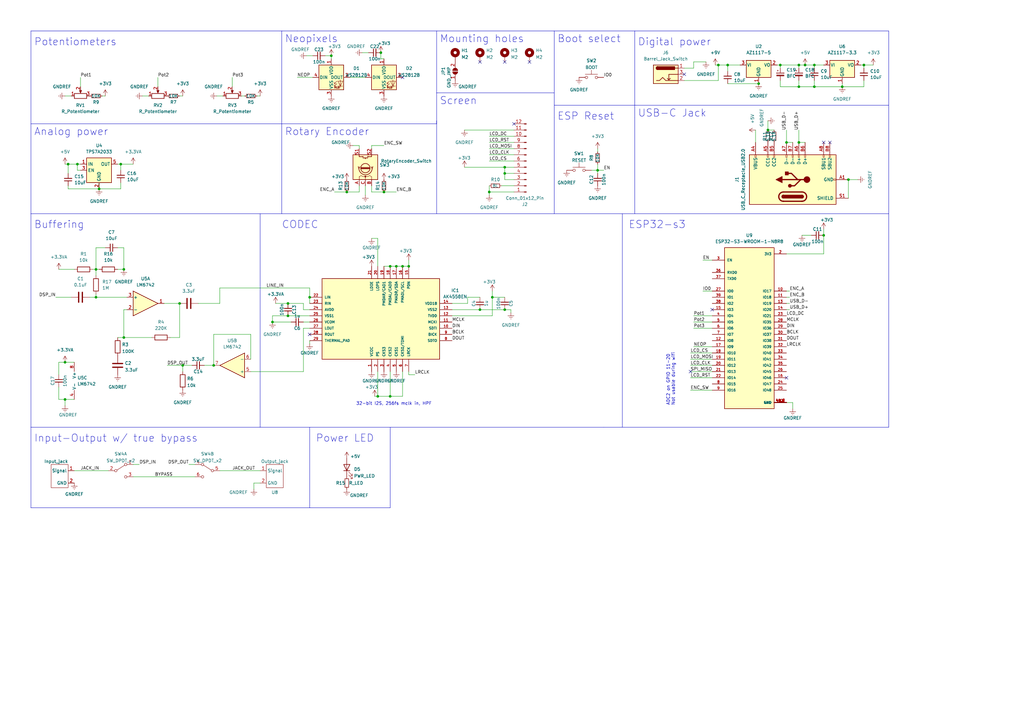
<source format=kicad_sch>
(kicad_sch (version 20230121) (generator eeschema)
  (paper "A3")
  (junction (at 73.66 124.46))
  (junction (at 322.58 58.42))
  (junction (at 200.66 78.74))
  (junction (at 245.11 69.85))
  (junction (at 334.01 35.56))
  (junction (at 157.48 78.74))
  (junction (at 334.01 26.67))
  (junction (at 118.11 124.46))
  (junction (at 160.02 109.22))
  (junction (at 162.56 109.22))
  (junction (at 354.33 26.67))
  (junction (at 160.02 162.56))
  (junction (at 294.64 26.67))
  (junction (at 40.64 77.47))
  (junction (at 31.75 67.31))
  (junction (at 201.93 121.92))
  (junction (at 154.94 162.56))
  (junction (at 327.66 26.67))
  (junction (at 345.44 35.56))
  (junction (at 207.01 71.12))
  (junction (at 330.2 26.67))
  (junction (at 337.82 96.52))
  (junction (at 167.64 109.22))
  (junction (at 320.04 26.67))
  (junction (at 87.63 149.86))
  (junction (at 39.37 121.92))
  (junction (at 311.15 34.29))
  (junction (at 196.85 127))
  (junction (at 50.8 138.43))
  (junction (at 39.37 110.49))
  (junction (at 327.66 35.56))
  (junction (at 27.94 67.31))
  (junction (at 347.98 73.66))
  (junction (at 49.53 67.31))
  (junction (at 135.89 22.86))
  (junction (at 26.67 148.59))
  (junction (at 327.66 58.42))
  (junction (at 165.1 109.22))
  (junction (at 314.96 53.34))
  (junction (at 26.67 163.83))
  (junction (at 74.93 149.86))
  (junction (at 156.21 21.59))
  (junction (at 207.01 68.58))
  (junction (at 127 121.92))
  (junction (at 111.76 132.08))
  (junction (at 298.45 26.67))
  (junction (at 142.24 78.74))
  (junction (at 207.01 127))
  (junction (at 118.11 129.54))
  (junction (at 50.8 110.49))
  (no_connect (at 165.1 31.75))
  (no_connect (at 283.21 152.4))
  (no_connect (at 196.85 25.4))
  (no_connect (at 217.17 25.4))
  (no_connect (at 127 137.16))
  (no_connect (at 207.01 25.4))
  (no_connect (at 322.58 154.94))
  (no_connect (at 337.82 58.42))
  (no_connect (at 340.36 58.42))
  (no_connect (at 210.82 50.8))
  (no_connect (at 292.1 127))
  (no_connect (at 280.67 30.48))
  (wire (pts (xy 284.48 142.24) (xy 292.1 142.24)))
  (wire (pts (xy 135.89 22.86) (xy 135.89 24.13)))
  (wire (pts (xy 298.45 29.21) (xy 298.45 26.67)))
  (wire (pts (xy 283.21 147.32) (xy 292.1 147.32)))
  (wire (pts (xy 33.02 69.85) (xy 31.75 69.85)))
  (wire (pts (xy 48.26 110.49) (xy 50.8 110.49)))
  (wire (pts (xy 30.48 110.49) (xy 24.13 110.49)))
  (wire (pts (xy 314.96 53.34) (xy 314.96 49.53)))
  (wire (pts (xy 327.66 58.42) (xy 327.66 53.34)))
  (wire (pts (xy 90.17 193.04) (xy 106.68 193.04)))
  (wire (pts (xy 298.45 26.67) (xy 303.53 26.67)))
  (wire (pts (xy 124.46 152.4) (xy 102.87 152.4)))
  (wire (pts (xy 201.93 119.38) (xy 201.93 121.92)))
  (polyline (pts (xy 260.35 48.26) (xy 260.35 87.63)))
  (wire (pts (xy 127 121.92) (xy 127 124.46)))
  (wire (pts (xy 154.94 162.56) (xy 160.02 162.56)))
  (wire (pts (xy 242.57 69.85) (xy 245.11 69.85)))
  (wire (pts (xy 160.02 162.56) (xy 160.02 152.4)))
  (wire (pts (xy 345.44 35.56) (xy 354.33 35.56)))
  (wire (pts (xy 26.67 148.59) (xy 30.48 148.59)))
  (wire (pts (xy 68.58 149.86) (xy 74.93 149.86)))
  (wire (pts (xy 345.44 34.29) (xy 345.44 35.56)))
  (wire (pts (xy 284.48 129.54) (xy 292.1 129.54)))
  (wire (pts (xy 133.35 22.86) (xy 135.89 22.86)))
  (wire (pts (xy 309.88 58.42) (xy 309.88 53.34)))
  (wire (pts (xy 52.07 127) (xy 50.8 127)))
  (wire (pts (xy 157.48 109.22) (xy 160.02 109.22)))
  (wire (pts (xy 41.91 39.37) (xy 43.18 39.37)))
  (wire (pts (xy 118.11 124.46) (xy 124.46 124.46)))
  (wire (pts (xy 283.21 154.94) (xy 292.1 154.94)))
  (wire (pts (xy 322.58 58.42) (xy 322.58 53.34)))
  (wire (pts (xy 154.94 109.22) (xy 154.94 97.79)))
  (wire (pts (xy 26.67 166.37) (xy 26.67 163.83)))
  (wire (pts (xy 73.66 138.43) (xy 73.66 124.46)))
  (wire (pts (xy 327.66 33.02) (xy 327.66 35.56)))
  (wire (pts (xy 144.78 59.69) (xy 147.32 59.69)))
  (wire (pts (xy 27.94 67.31) (xy 31.75 67.31)))
  (wire (pts (xy 121.92 31.75) (xy 128.27 31.75)))
  (polyline (pts (xy 364.49 43.18) (xy 227.33 43.18)))
  (polyline (pts (xy 179.07 38.1) (xy 179.07 87.63)))
  (wire (pts (xy 190.5 68.58) (xy 207.01 68.58)))
  (wire (pts (xy 30.48 193.04) (xy 44.45 193.04)))
  (wire (pts (xy 327.66 58.42) (xy 330.2 58.42)))
  (wire (pts (xy 337.82 96.52) (xy 337.82 104.14)))
  (wire (pts (xy 31.75 69.85) (xy 31.75 67.31)))
  (wire (pts (xy 69.85 138.43) (xy 73.66 138.43)))
  (wire (pts (xy 88.9 39.37) (xy 91.44 39.37)))
  (wire (pts (xy 354.33 26.67) (xy 358.14 26.67)))
  (wire (pts (xy 284.48 132.08) (xy 292.1 132.08)))
  (polyline (pts (xy 179.07 12.7) (xy 179.07 38.1)))
  (wire (pts (xy 113.03 124.46) (xy 118.11 124.46)))
  (wire (pts (xy 39.37 110.49) (xy 40.64 110.49)))
  (polyline (pts (xy 227.33 48.26) (xy 227.33 87.63)))
  (wire (pts (xy 190.5 53.34) (xy 210.82 53.34)))
  (wire (pts (xy 334.01 35.56) (xy 345.44 35.56)))
  (wire (pts (xy 100.33 39.37) (xy 99.06 39.37)))
  (wire (pts (xy 40.64 74.93) (xy 40.64 77.47)))
  (wire (pts (xy 322.58 58.42) (xy 325.12 58.42)))
  (wire (pts (xy 288.29 106.68) (xy 292.1 106.68)))
  (polyline (pts (xy 227.33 12.7) (xy 227.33 48.26)))
  (wire (pts (xy 105.41 39.37) (xy 106.68 39.37)))
  (polyline (pts (xy 127 208.28) (xy 127 175.26)))
  (wire (pts (xy 201.93 121.92) (xy 201.93 129.54)))
  (wire (pts (xy 152.4 76.2) (xy 152.4 78.74)))
  (wire (pts (xy 54.61 190.5) (xy 57.15 190.5)))
  (wire (pts (xy 127 132.08) (xy 124.46 132.08)))
  (wire (pts (xy 283.21 144.78) (xy 292.1 144.78)))
  (wire (pts (xy 58.42 39.37) (xy 60.96 39.37)))
  (wire (pts (xy 48.26 101.6) (xy 50.8 101.6)))
  (wire (pts (xy 147.32 76.2) (xy 147.32 78.74)))
  (wire (pts (xy 40.64 77.47) (xy 49.53 77.47)))
  (wire (pts (xy 77.47 190.5) (xy 80.01 190.5)))
  (wire (pts (xy 334.01 33.02) (xy 334.01 35.56)))
  (wire (pts (xy 200.66 63.5) (xy 210.82 63.5)))
  (wire (pts (xy 165.1 109.22) (xy 167.64 109.22)))
  (wire (pts (xy 38.1 110.49) (xy 39.37 110.49)))
  (wire (pts (xy 245.11 67.31) (xy 245.11 69.85)))
  (wire (pts (xy 322.58 124.46) (xy 323.85 124.46)))
  (wire (pts (xy 49.53 67.31) (xy 49.53 69.85)))
  (wire (pts (xy 284.48 134.62) (xy 292.1 134.62)))
  (wire (pts (xy 106.68 198.12) (xy 104.14 198.12)))
  (wire (pts (xy 54.61 195.58) (xy 80.01 195.58)))
  (wire (pts (xy 283.21 160.02) (xy 292.1 160.02)))
  (wire (pts (xy 201.93 121.92) (xy 207.01 121.92)))
  (wire (pts (xy 31.75 67.31) (xy 33.02 67.31)))
  (wire (pts (xy 149.86 76.2) (xy 149.86 80.01)))
  (wire (pts (xy 49.53 67.31) (xy 54.61 67.31)))
  (wire (pts (xy 156.21 21.59) (xy 156.21 24.13)))
  (wire (pts (xy 24.13 163.83) (xy 24.13 158.75)))
  (wire (pts (xy 87.63 137.16) (xy 102.87 137.16)))
  (wire (pts (xy 165.1 152.4) (xy 165.1 162.56)))
  (wire (pts (xy 111.76 129.54) (xy 111.76 132.08)))
  (wire (pts (xy 200.66 78.74) (xy 200.66 76.2)))
  (polyline (pts (xy 115.57 12.7) (xy 115.57 87.63)))
  (wire (pts (xy 127 118.11) (xy 127 121.92)))
  (wire (pts (xy 43.18 101.6) (xy 39.37 101.6)))
  (wire (pts (xy 320.04 27.94) (xy 320.04 26.67)))
  (wire (pts (xy 95.25 31.75) (xy 95.25 35.56)))
  (wire (pts (xy 27.94 67.31) (xy 27.94 71.12)))
  (wire (pts (xy 22.86 121.92) (xy 29.21 121.92)))
  (wire (pts (xy 137.16 78.74) (xy 142.24 78.74)))
  (wire (pts (xy 24.13 148.59) (xy 26.67 148.59)))
  (wire (pts (xy 154.94 162.56) (xy 154.94 152.4)))
  (wire (pts (xy 36.83 121.92) (xy 39.37 121.92)))
  (wire (pts (xy 104.14 198.12) (xy 104.14 200.66)))
  (polyline (pts (xy 179.07 38.1) (xy 227.33 38.1)))
  (wire (pts (xy 288.29 119.38) (xy 292.1 119.38)))
  (wire (pts (xy 280.67 33.02) (xy 294.64 33.02)))
  (wire (pts (xy 148.59 21.59) (xy 151.13 21.59)))
  (wire (pts (xy 160.02 109.22) (xy 162.56 109.22)))
  (wire (pts (xy 147.32 59.69) (xy 147.32 60.96)))
  (polyline (pts (xy 12.7 175.26) (xy 12.7 87.63)))
  (wire (pts (xy 330.2 26.67) (xy 334.01 26.67)))
  (wire (pts (xy 347.98 81.28) (xy 347.98 73.66)))
  (wire (pts (xy 127 134.62) (xy 124.46 134.62)))
  (wire (pts (xy 325.12 167.64) (xy 325.12 165.1)))
  (wire (pts (xy 200.66 66.04) (xy 210.82 66.04)))
  (wire (pts (xy 74.93 149.86) (xy 74.93 152.4)))
  (wire (pts (xy 50.8 127) (xy 50.8 138.43)))
  (wire (pts (xy 26.67 39.37) (xy 29.21 39.37)))
  (wire (pts (xy 48.26 138.43) (xy 50.8 138.43)))
  (wire (pts (xy 207.01 68.58) (xy 210.82 68.58)))
  (wire (pts (xy 78.74 149.86) (xy 74.93 149.86)))
  (wire (pts (xy 26.67 163.83) (xy 24.13 163.83)))
  (wire (pts (xy 196.85 127) (xy 207.01 127)))
  (polyline (pts (xy 106.68 87.63) (xy 106.68 175.26)))
  (wire (pts (xy 280.67 27.94) (xy 284.48 27.94)))
  (wire (pts (xy 26.67 67.31) (xy 27.94 67.31)))
  (wire (pts (xy 207.01 127) (xy 209.55 127)))
  (wire (pts (xy 337.82 104.14) (xy 322.58 104.14)))
  (wire (pts (xy 124.46 127) (xy 127 127)))
  (wire (pts (xy 48.26 67.31) (xy 49.53 67.31)))
  (polyline (pts (xy 12.7 87.63) (xy 364.49 87.63)))
  (wire (pts (xy 209.55 127) (xy 209.55 128.27)))
  (wire (pts (xy 200.66 80.01) (xy 200.66 78.74)))
  (wire (pts (xy 293.37 26.67) (xy 294.64 26.67)))
  (wire (pts (xy 191.77 124.46) (xy 191.77 121.92)))
  (wire (pts (xy 33.02 31.75) (xy 33.02 35.56)))
  (wire (pts (xy 207.01 68.58) (xy 207.01 71.12)))
  (wire (pts (xy 154.94 97.79) (xy 152.4 97.79)))
  (polyline (pts (xy 106.68 175.26) (xy 247.65 175.26)))
  (wire (pts (xy 160.02 162.56) (xy 165.1 162.56)))
  (wire (pts (xy 353.06 26.67) (xy 354.33 26.67)))
  (wire (pts (xy 50.8 101.6) (xy 50.8 110.49)))
  (wire (pts (xy 325.12 165.1) (xy 322.58 165.1)))
  (polyline (pts (xy 260.35 12.7) (xy 260.35 48.26)))
  (polyline (pts (xy 12.7 175.26) (xy 12.7 208.28)))
  (wire (pts (xy 152.4 78.74) (xy 157.48 78.74)))
  (polyline (pts (xy 115.57 50.8) (xy 179.07 50.8)))
  (wire (pts (xy 334.01 26.67) (xy 337.82 26.67)))
  (wire (pts (xy 153.67 162.56) (xy 154.94 162.56)))
  (wire (pts (xy 124.46 127) (xy 124.46 124.46)))
  (wire (pts (xy 245.11 69.85) (xy 245.11 71.12)))
  (wire (pts (xy 284.48 25.4) (xy 289.56 25.4)))
  (wire (pts (xy 87.63 149.86) (xy 87.63 137.16)))
  (wire (pts (xy 245.11 60.96) (xy 245.11 62.23)))
  (wire (pts (xy 73.66 39.37) (xy 74.93 39.37)))
  (wire (pts (xy 284.48 27.94) (xy 284.48 25.4)))
  (wire (pts (xy 322.58 127) (xy 323.85 127)))
  (wire (pts (xy 320.04 26.67) (xy 327.66 26.67)))
  (wire (pts (xy 27.94 76.2) (xy 27.94 77.47)))
  (wire (pts (xy 354.33 26.67) (xy 354.33 27.94)))
  (wire (pts (xy 210.82 78.74) (xy 200.66 78.74)))
  (wire (pts (xy 294.64 33.02) (xy 294.64 26.67)))
  (wire (pts (xy 39.37 101.6) (xy 39.37 110.49)))
  (wire (pts (xy 320.04 35.56) (xy 327.66 35.56)))
  (polyline (pts (xy 364.49 175.26) (xy 247.65 175.26)))
  (wire (pts (xy 39.37 120.65) (xy 39.37 121.92)))
  (wire (pts (xy 185.42 124.46) (xy 191.77 124.46)))
  (wire (pts (xy 67.31 124.46) (xy 73.66 124.46)))
  (wire (pts (xy 30.48 163.83) (xy 26.67 163.83)))
  (wire (pts (xy 185.42 127) (xy 196.85 127)))
  (wire (pts (xy 200.66 58.42) (xy 210.82 58.42)))
  (polyline (pts (xy 160.02 175.26) (xy 160.02 208.28)))
  (polyline (pts (xy 106.68 175.26) (xy 12.7 175.26)))
  (polyline (pts (xy 12.7 208.28) (xy 127 208.28)))
  (wire (pts (xy 320.04 26.67) (xy 318.77 26.67)))
  (wire (pts (xy 156.21 24.13) (xy 157.48 24.13)))
  (wire (pts (xy 327.66 26.67) (xy 330.2 26.67)))
  (wire (pts (xy 170.18 153.67) (xy 167.64 153.67)))
  (wire (pts (xy 320.04 33.02) (xy 320.04 35.56)))
  (wire (pts (xy 90.17 124.46) (xy 81.28 124.46)))
  (wire (pts (xy 125.73 22.86) (xy 128.27 22.86)))
  (wire (pts (xy 167.64 106.68) (xy 167.64 109.22)))
  (wire (pts (xy 90.17 118.11) (xy 127 118.11)))
  (wire (pts (xy 207.01 73.66) (xy 207.01 71.12)))
  (polyline (pts (xy 255.27 87.63) (xy 255.27 175.26)))
  (wire (pts (xy 323.85 121.92) (xy 322.58 121.92)))
  (wire (pts (xy 210.82 73.66) (xy 207.01 73.66)))
  (wire (pts (xy 354.33 35.56) (xy 354.33 33.02)))
  (wire (pts (xy 111.76 132.08) (xy 119.38 132.08)))
  (polyline (pts (xy 12.7 87.63) (xy 12.7 12.7)))
  (wire (pts (xy 328.93 96.52) (xy 332.74 96.52)))
  (wire (pts (xy 39.37 110.49) (xy 39.37 113.03)))
  (wire (pts (xy 152.4 59.69) (xy 157.48 59.69)))
  (wire (pts (xy 49.53 77.47) (xy 49.53 74.93)))
  (polyline (pts (xy 364.49 87.63) (xy 364.49 12.7)))
  (wire (pts (xy 83.82 149.86) (xy 87.63 149.86)))
  (wire (pts (xy 327.66 27.94) (xy 327.66 26.67)))
  (wire (pts (xy 102.87 137.16) (xy 102.87 147.32)))
  (wire (pts (xy 191.77 121.92) (xy 196.85 121.92)))
  (wire (pts (xy 245.11 69.85) (xy 247.65 69.85)))
  (wire (pts (xy 347.98 73.66) (xy 351.79 73.66)))
  (polyline (pts (xy 127 208.28) (xy 160.02 208.28)))
  (wire (pts (xy 207.01 71.12) (xy 210.82 71.12)))
  (polyline (pts (xy 179.07 50.8) (xy 179.07 49.53)))
  (wire (pts (xy 111.76 129.54) (xy 118.11 129.54)))
  (wire (pts (xy 127 139.7) (xy 127 140.97)))
  (wire (pts (xy 143.51 31.75) (xy 149.86 31.75)))
  (wire (pts (xy 200.66 60.96) (xy 210.82 60.96)))
  (wire (pts (xy 118.11 129.54) (xy 127 129.54)))
  (wire (pts (xy 334.01 26.67) (xy 334.01 27.94)))
  (wire (pts (xy 200.66 55.88) (xy 210.82 55.88)))
  (wire (pts (xy 162.56 109.22) (xy 165.1 109.22)))
  (wire (pts (xy 64.77 31.75) (xy 64.77 35.56)))
  (wire (pts (xy 24.13 153.67) (xy 24.13 148.59)))
  (wire (pts (xy 90.17 118.11) (xy 90.17 124.46)))
  (wire (pts (xy 27.94 77.47) (xy 40.64 77.47)))
  (wire (pts (xy 167.64 153.67) (xy 167.64 152.4)))
  (wire (pts (xy 39.37 121.92) (xy 52.07 121.92)))
  (polyline (pts (xy 364.49 12.7) (xy 121.92 12.7)))
  (wire (pts (xy 298.45 34.29) (xy 311.15 34.29)))
  (wire (pts (xy 185.42 129.54) (xy 201.93 129.54)))
  (polyline (pts (xy 12.7 12.7) (xy 121.92 12.7)))
  (wire (pts (xy 152.4 60.96) (xy 152.4 59.69)))
  (wire (pts (xy 124.46 134.62) (xy 124.46 152.4)))
  (wire (pts (xy 337.82 93.98) (xy 337.82 96.52)))
  (wire (pts (xy 283.21 152.4) (xy 292.1 152.4)))
  (polyline (pts (xy 364.49 87.63) (xy 364.49 175.26)))
  (wire (pts (xy 205.74 76.2) (xy 210.82 76.2)))
  (wire (pts (xy 50.8 138.43) (xy 62.23 138.43)))
  (wire (pts (xy 327.66 35.56) (xy 334.01 35.56)))
  (wire (pts (xy 157.48 78.74) (xy 162.56 78.74)))
  (wire (pts (xy 323.85 119.38) (xy 322.58 119.38)))
  (wire (pts (xy 294.64 26.67) (xy 298.45 26.67)))
  (polyline (pts (xy 12.7 50.8) (xy 115.57 50.8)))
  (wire (pts (xy 283.21 149.86) (xy 292.1 149.86)))
  (wire (pts (xy 314.96 53.34) (xy 317.5 53.34)))
  (wire (pts (xy 142.24 78.74) (xy 147.32 78.74)))
  (text "Analog power" (at 13.97 55.88 0) (effects (font (size 3 3)) (justify left bottom)))
  (text "CODEC" (at 115.57 93.98 0) (effects (font (size 3 3)) (justify left bottom)))
  (text "Mounting holes" (at 180.34 17.78 0) (effects (font (size 3 3)) (justify left bottom)))
  (text "32-bit I2S, 256fs mclk in, HPF" (at 146.05 166.37 0) (effects (font (size 1.27 1.27)) (justify left bottom)))
  (text "ESP Reset" (at 228.6 49.53 0) (effects (font (size 3 3)) (justify left bottom)))
  (text "Input-Output w/ true bypass \n" (at 13.97 181.61 0) (effects (font (size 3 3)) (justify left bottom)))
  (text "Screen" (at 180.34 43.18 0) (effects (font (size 3 3)) (justify left bottom)))
  (text "ESP32-s3" (at 257.81 93.98 0) (effects (font (size 3 3)) (justify left bottom)))
  (text "ADC2 on GPIO 11-20\nNot usable during wifi" (at 276.86 166.37 90) (effects (font (size 1.27 1.27)) (justify left bottom)))
  (text "Power LED" (at 129.54 181.61 0) (effects (font (size 3 3)) (justify left bottom)))
  (text "Rotary Encoder" (at 116.84 55.88 0) (effects (font (size 3 3)) (justify left bottom)))
  (text "Boot select\n" (at 228.6 17.78 0) (effects (font (size 3 3)) (justify left bottom)))
  (text "Neopixels" (at 116.84 17.78 0) (effects (font (size 3 3)) (justify left bottom)))
  (text "Potentiometers" (at 13.97 19.05 0) (effects (font (size 3 3)) (justify left bottom)))
  (text "Digital power" (at 261.62 19.05 0) (effects (font (size 3 3)) (justify left bottom)))
  (text "Buffering" (at 13.97 93.98 0) (effects (font (size 3 3)) (justify left bottom)))
  (text "USB-C Jack\n" (at 261.62 48.26 0) (effects (font (size 3 3)) (justify left bottom)))
  (label "NEOP" (at 121.92 31.75 0))
  (label "Pot3" (at 284.48 134.62 0))
  (label "ENC_A" (at 137.16 78.74 180))
  (label "Pot2" (at 284.48 132.08 0))
  (label "DIN" (at 322.58 134.62 0))
  (label "USB_D+" (at 323.85 127 0))
  (label "DOUT" (at 322.58 139.7 0))
  (label "ENC_SW" (at 283.21 160.02 0))
  (label "LCD_DC" (at 200.66 55.88 0))
  (label "DSP_IN" (at 57.15 190.5 0))
  (label "ENC_B" (at 323.85 121.92 0))
  (label "ENC_B" (at 162.56 78.74 0))
  (label "EN" (at 247.65 69.85 0))
  (label "Pot1" (at 284.48 129.54 0))
  (label "NEOP" (at 284.48 142.24 0))
  (label "ENC_SW" (at 157.48 59.69 0))
  (label "DIN" (at 185.42 134.62 0))
  (label "DSP_IN" (at 22.86 121.92 180))
  (label "LRCLK" (at 170.18 153.67 0))
  (label "DSP_OUT" (at 68.58 149.86 0))
  (label "LCD_CS" (at 200.66 66.04 0))
  (label "MCLK" (at 322.58 132.08 0))
  (label "ENC_A" (at 323.85 119.38 0))
  (label "SPI_MISO" (at 283.21 152.4 0))
  (label "LRCLK" (at 322.58 142.24 0))
  (label "DSP_OUT" (at 77.47 190.5 180))
  (label "EN" (at 288.29 106.68 0))
  (label "LCD_MOSI" (at 200.66 60.96 0))
  (label "DOUT" (at 185.42 139.7 0))
  (label "LCD_DC" (at 322.58 129.54 0))
  (label "LCD_CLK" (at 283.21 149.86 0))
  (label "IO0" (at 288.29 119.38 0))
  (label "JACK_IN" (at 33.02 193.04 0))
  (label "BCLK" (at 322.58 137.16 0))
  (label "LCD_CS" (at 283.21 144.78 0))
  (label "BCLK" (at 185.42 137.16 0))
  (label "USB_D+" (at 327.66 53.34 90))
  (label "LINE_IN" (at 109.22 118.11 0))
  (label "IO0" (at 247.65 31.75 0))
  (label "Pot3" (at 95.25 31.75 0))
  (label "Pot1" (at 33.02 31.75 0))
  (label "JACK_OUT" (at 95.25 193.04 0))
  (label "LCD_MOSI" (at 283.21 147.32 0))
  (label "Pot2" (at 64.77 31.75 0))
  (label "LCD_CLK" (at 200.66 63.5 0))
  (label "MCLK" (at 185.42 132.08 0))
  (label "BYPASS" (at 63.5 195.58 0))
  (label "LCD_RST" (at 283.21 154.94 0))
  (label "USB_D-" (at 323.85 124.46 0))
  (label "USB_D-" (at 322.58 53.34 90))
  (label "LCD_RST" (at 200.66 58.42 0))
  (symbol (lib_id "LED:WS2812B") (at 135.89 31.75 0) (unit 1)
    (property "Reference" "D1" (at 146.1959 28.0248 0))
    (property "Value" "WS2812B" (at 146.1959 30.7999 0))
    (property "Footprint" "LED_SMD:LED_WS2812B_PLCC4_5.0x5.0mm_P3.2mm" (effects hide))
    (property "Datasheet" "https://cdn-shop.adafruit.com/datasheets/WS2812B.pdf" (effects hide))
  )
  (symbol (lib_id "power:GNDREF") (at 157.48 152.4 0) (unit 1)
    (property "Reference" "#PWR032" (effects hide))
    (property "Value" "GNDREF" (at 157.48 156.21 0))
  )
  (symbol (lib_id "power:+5V") (at 142.24 187.96 0) (unit 1)
    (property "Reference" "#PWR024" (effects hide))
    (property "Value" "+5V" (at 143.637 187.169 0) (effects (justify left)))
  )
  (symbol (lib_id "power:GNDREF") (at 328.93 96.52 0) (unit 1)
    (property "Reference" "#PWR03" (effects hide))
    (property "Value" "GNDREF" (at 325.12 100.33 0) (effects (justify left)))
  )
  (symbol (lib_id "power:+3V3") (at 201.93 119.38 0) (unit 1)
    (property "Reference" "#PWR012" (effects hide))
    (property "Value" "+3V3" (at 200.66 115.57 0))
  )
  (symbol (lib_id "power:GNDREF") (at 289.56 25.4 0) (unit 1)
    (property "Reference" "#PWR039" (effects hide))
    (property "Value" "GNDREF" (at 289.56 30.48 0))
  )
  (symbol (lib_id "Device:C") (at 77.47 124.46 90) (unit 1)
    (property "Reference" "C3" (at 77.47 116.84 90))
    (property "Value" "3.3uF" (at 77.47 119.38 90))
    (property "Footprint" "Capacitor_THT:C_Rect_L26.5mm_W10.5mm_P22.50mm_MKS4" (effects hide))
  )
  (symbol (lib_id "Device:R") (at 48.26 142.24 180) (unit 1)
    (property "Reference" "R3" (at 50.038 141.3315 0) (effects (justify right)))
    (property "Value" "100K" (at 50.038 144.1066 0) (effects (justify right)))
    (property "Footprint" "Resistor_SMD:R_0603_1608Metric" (effects hide))
  )
  (symbol (lib_id "Device:C_Small") (at 196.85 124.46 0) (unit 1)
    (property "Reference" "C4" (at 194.31 124.46 90))
    (property "Value" "1u" (at 199.39 124.46 90))
    (property "Footprint" "Capacitor_SMD:C_0603_1608Metric" (effects hide))
  )
  (symbol (lib_id "power:GNDREF") (at 104.14 200.66 0) (unit 1)
    (property "Reference" "#PWR0101" (effects hide))
    (property "Value" "GNDREF" (at 101.6 201.9301 0) (effects (justify right)))
  )
  (symbol (lib_id "GlobalSymbolLibrary:Mono_jack") (at 114.3 195.58 0) (unit 1)
    (property "Reference" "U8" (at 112.7125 201.93 0))
    (property "Value" "Output_jack" (at 112.7125 189.23 0))
    (property "Footprint" "SupersonicQuantumbox:MonoJack-SYS212" (effects hide))
  )
  (symbol (lib_id "Device:C_Small") (at 24.13 156.21 0) (unit 1)
    (property "Reference" "C17" (at 21.59 156.21 90))
    (property "Value" "100n" (at 26.67 156.21 90))
    (property "Footprint" "Capacitor_SMD:C_0603_1608Metric" (effects hide))
  )
  (symbol (lib_id "Device:R_Small") (at 203.2 76.2 90) (unit 1)
    (property "Reference" "R10" (at 203.2 73.66 90))
    (property "Value" "BL" (at 203.2 76.2 90))
    (property "Footprint" "Resistor_SMD:R_0603_1608Metric" (effects hide))
  )
  (symbol (lib_id "power:+3V3") (at 157.48 73.66 0) (unit 1)
    (property "Reference" "#PWR0142" (effects hide))
    (property "Value" "+3V3" (at 158.75 72.39 0) (effects (justify left)))
  )
  (symbol (lib_id "power:+3V3") (at 153.67 162.56 0) (unit 1)
    (property "Reference" "#PWR030" (effects hide))
    (property "Value" "+3V3" (at 152.4 158.75 0))
  )
  (symbol (lib_id "Device:R") (at 74.93 156.21 180) (unit 1)
    (property "Reference" "R6" (at 76.708 155.3015 0) (effects (justify right)))
    (property "Value" "10k" (at 76.708 158.0766 0) (effects (justify right)))
    (property "Footprint" "Resistor_SMD:R_0603_1608Metric" (effects hide))
  )
  (symbol (lib_id "power:GNDREF") (at 311.15 34.29 0) (unit 1)
    (property "Reference" "#PWR037" (effects hide))
    (property "Value" "GNDREF" (at 311.15 39.37 0))
  )
  (symbol (lib_id "Jumper:SolderJumper_2_Open") (at 186.69 29.21 90) (unit 1)
    (property "Reference" "JP1" (at 181.8345 29.21 0))
    (property "Value" "GND_JMP" (at 184.15 31.75 0))
    (property "Footprint" "Jumper:SolderJumper-2_P1.3mm_Open_TrianglePad1.0x1.5mm" (effects hide))
  )
  (symbol (lib_id "Device:R_Small") (at 71.12 39.37 270) (unit 1)
    (property "Reference" "R7" (at 71.12 41.91 90))
    (property "Value" "10K" (at 71.12 39.37 90))
    (property "Footprint" "Resistor_SMD:R_0603_1608Metric" (effects hide))
  )
  (symbol (lib_id "Device:C_Small") (at 118.11 127 180) (unit 1)
    (property "Reference" "C13" (at 120.65 127 90))
    (property "Value" "100n" (at 115.57 127 90))
    (property "Footprint" "Capacitor_SMD:C_0603_1608Metric" (effects hide))
  )
  (symbol (lib_id "Switch:SW_DPDT_x2") (at 85.09 193.04 0) (mirror y) (unit 2)
    (property "Reference" "SW4" (at 85.09 186.1525 0))
    (property "Value" "SW_DPDT_x2" (at 85.09 188.9276 0))
    (property "Footprint" "SupersonicQuantumbox:SW_Push_2P2T_Toggle_MHPS2285" (effects hide))
  )
  (symbol (lib_id "power:GNDREF") (at 237.49 31.75 0) (unit 1)
    (property "Reference" "#PWR05" (effects hide))
    (property "Value" "GNDREF" (at 237.49 36.83 0))
  )
  (symbol (lib_id "power:+3V3") (at 135.89 22.86 0) (unit 1)
    (property "Reference" "#PWR017" (effects hide))
    (property "Value" "+3V3" (at 137.16 19.05 0))
  )
  (symbol (lib_id "Device:R_Small") (at 157.48 76.2 180) (unit 1)
    (property "Reference" "R14" (at 154.94 76.2 90))
    (property "Value" "10K" (at 157.48 76.2 90))
    (property "Footprint" "Resistor_SMD:R_0603_1608Metric" (effects hide))
  )
  (symbol (lib_id "Device:R") (at 66.04 138.43 90) (unit 1)
    (property "Reference" "R4" (at 66.04 132.08 90))
    (property "Value" "220K" (at 66.04 134.62 90))
    (property "Footprint" "Resistor_SMD:R_0603_1608Metric" (effects hide))
  )
  (symbol (lib_id "Device:C_Small") (at 81.28 149.86 90) (unit 1)
    (property "Reference" "C14" (at 81.28 152.4 90))
    (property "Value" "3.3uF" (at 81.28 147.32 90))
    (property "Footprint" "Capacitor_THT:C_Rect_L26.5mm_W10.5mm_P22.50mm_MKS4" (effects hide))
  )
  (symbol (lib_id "power:GNDREF") (at 26.67 39.37 270) (unit 1)
    (property "Reference" "#PWR0129" (effects hide))
    (property "Value" "GNDREF" (at 25.4 35.56 90))
  )
  (symbol (lib_id "power:GNDREF") (at 74.93 160.02 0) (unit 1)
    (property "Reference" "#PWR034" (effects hide))
    (property "Value" "GNDREF" (at 74.93 165.1 0))
  )
  (symbol (lib_id "Device:LED") (at 142.24 191.77 90) (unit 1)
    (property "Reference" "D5" (at 145.161 192.449 90) (effects (justify right)))
    (property "Value" "PWR_LED" (at 145.161 195.2241 90) (effects (justify right)))
    (property "Footprint" "LED_SMD:LED_0805_2012Metric_Pad1.15x1.40mm_HandSolder" (effects hide))
  )
  (symbol (lib_id "power:GNDREF") (at 135.89 39.37 0) (unit 1)
    (property "Reference" "#PWR0149" (effects hide))
    (property "Value" "GNDREF" (at 135.89 44.45 0))
  )
  (symbol (lib_id "Amplifier_Operational:LM358") (at 33.02 156.21 0) (unit 3)
    (property "Reference" "U5" (at 31.75 154.94 0) (effects (justify left)))
    (property "Value" "LM6742" (at 31.75 157.48 0) (effects (justify left)))
    (property "Footprint" "Package_SO:SOIC-8_3.9x4.9mm_P1.27mm" (effects hide))
    (property "Datasheet" "http://www.ti.com/lit/ds/symlink/lm2904-n.pdf" (effects hide))
  )
  (symbol (lib_id "Device:R_Potentiometer") (at 33.02 39.37 90) (unit 1)
    (property "Reference" "RV1" (at 33.02 43.18 90))
    (property "Value" "R_Potentiometer" (at 33.02 45.72 90))
    (property "Footprint" "Potentiometer_THT:Potentiometer_Alps_RK09K_Single_Vertical" (effects hide))
  )
  (symbol (lib_id "Connector:Conn_01x12_Pin") (at 215.9 66.04 180) (unit 1)
    (property "Reference" "J2" (at 215.265 83.82 0))
    (property "Value" "Conn_01x12_Pin" (at 215.265 81.28 0))
    (property "Footprint" "Connector_FFC-FPC:TE_1-1734839-2_1x12-1MP_P0.5mm_Horizontal" (effects hide))
  )
  (symbol (lib_id "power:GNDREF") (at 162.56 152.4 0) (unit 1)
    (property "Reference" "#PWR033" (effects hide))
    (property "Value" "GNDREF" (at 162.56 156.21 0))
  )
  (symbol (lib_id "power:+3.3VA") (at 54.61 67.31 0) (unit 1)
    (property "Reference" "#PWR042" (effects hide))
    (property "Value" "+3.3VA" (at 54.61 62.23 0))
  )
  (symbol (lib_id "Device:R") (at 34.29 110.49 90) (unit 1)
    (property "Reference" "R1" (at 34.29 104.14 90))
    (property "Value" "10k" (at 34.29 106.68 90))
    (property "Footprint" "Resistor_SMD:R_0603_1608Metric" (effects hide))
  )
  (symbol (lib_id "Switch:SW_Push") (at 242.57 31.75 0) (unit 1)
    (property "Reference" "SW2" (at 242.57 24.8625 0))
    (property "Value" "BOOT" (at 242.57 27.6376 0))
    (property "Footprint" "Button_Switch_SMD:SW_SPST_EVQP7C" (effects hide))
  )
  (symbol (lib_id "power:GNDREF") (at 314.96 49.53 90) (unit 1)
    (property "Reference" "#PWR015" (effects hide))
    (property "Value" "GNDREF" (at 312.42 48.26 0))
  )
  (symbol (lib_id "Device:R") (at 39.37 116.84 0) (unit 1)
    (property "Reference" "R17" (at 41.91 115.5699 0) (effects (justify left)))
    (property "Value" "1M" (at 41.91 118.1099 0) (effects (justify left)))
    (property "Footprint" "Resistor_SMD:R_0603_1608Metric" (effects hide))
  )
  (symbol (lib_id "Device:R_Potentiometer") (at 95.25 39.37 90) (unit 1)
    (property "Reference" "RV3" (at 95.25 43.18 90))
    (property "Value" "R_Potentiometer" (at 95.25 45.72 90))
    (property "Footprint" "Potentiometer_THT:Potentiometer_Alps_RK09K_Single_Vertical" (effects hide))
  )
  (symbol (lib_id "Device:R_Small") (at 39.37 39.37 270) (unit 1)
    (property "Reference" "R9" (at 39.37 41.91 90))
    (property "Value" "10K" (at 39.37 39.37 90))
    (property "Footprint" "Resistor_SMD:R_0603_1608Metric" (effects hide))
  )
  (symbol (lib_id "Device:R_Small") (at 317.5 55.88 180) (unit 1)
    (property "Reference" "R12" (at 316.23 55.88 90))
    (property "Value" "5.1K" (at 317.5 55.88 90))
    (property "Footprint" "Resistor_SMD:R_0603_1608Metric" (effects hide))
  )
  (symbol (lib_id "Device:C") (at 33.02 121.92 90) (unit 1)
    (property "Reference" "C1" (at 33.02 114.3 90))
    (property "Value" "0.1uF" (at 33.02 116.84 90))
    (property "Footprint" "Capacitor_THT:C_Rect_L10.3mm_W5.7mm_P7.50mm_MKS4" (effects hide))
  )
  (symbol (lib_id "power:+5V") (at 330.2 26.67 0) (unit 1)
    (property "Reference" "#PWR08" (effects hide))
    (property "Value" "+5V" (at 330.2 21.59 0))
  )
  (symbol (lib_id "Device:C_Polarized_Small") (at 327.66 30.48 0) (unit 1)
    (property "Reference" "C18" (at 330.2 28.6639 0) (effects (justify left)))
    (property "Value" "BFC" (at 330.2 31.2039 0) (effects (justify left)))
    (property "Footprint" "Capacitor_THT:CP_Radial_D6.3mm_P2.50mm" (effects hide))
  )
  (symbol (lib_id "Device:C_Small") (at 298.45 31.75 180) (unit 1)
    (property "Reference" "C8" (at 300.99 30.4735 0) (effects (justify right)))
    (property "Value" "10uF" (at 300.99 33.0135 0) (effects (justify right)))
    (property "Footprint" "Capacitor_SMD:C_1206_3216Metric" (effects hide))
  )
  (symbol (lib_id "power:+3V3") (at 167.64 106.68 0) (unit 1)
    (property "Reference" "#PWR031" (effects hide))
    (property "Value" "+3V3" (at 166.37 102.87 0))
  )
  (symbol (lib_id "power:GNDREF") (at 88.9 39.37 270) (unit 1)
    (property "Reference" "#PWR0136" (effects hide))
    (property "Value" "GNDREF" (at 87.63 35.56 90))
  )
  (symbol (lib_id "power:+3V3") (at 106.68 39.37 0) (unit 1)
    (property "Reference" "#PWR0137" (effects hide))
    (property "Value" "+3V3" (at 106.68 34.29 0))
  )
  (symbol (lib_id "Connector:Barrel_Jack_Switch") (at 273.05 30.48 0) (unit 1)
    (property "Reference" "J6" (at 273.05 21.59 0))
    (property "Value" "Barrel_Jack_Switch" (at 273.05 24.13 0))
    (property "Footprint" "Connector_BarrelJack:BarrelJack_Horizontal" (effects hide))
  )
  (symbol (lib_id "power:+3V3") (at 43.18 39.37 0) (unit 1)
    (property "Reference" "#PWR0130" (effects hide))
    (property "Value" "+3V3" (at 43.18 34.29 0))
  )
  (symbol (lib_id "power:GNDREF") (at 351.79 73.66 90) (unit 1)
    (property "Reference" "#PWR0105" (effects hide))
    (property "Value" "GNDREF" (at 356.87 73.66 0))
  )
  (symbol (lib_id "power:GNDREF") (at 111.76 132.08 0) (unit 1)
    (property "Reference" "#PWR014" (effects hide))
    (property "Value" "GNDREF" (at 111.76 137.16 0))
  )
  (symbol (lib_id "Regulator_Linear:AZ1117-3.3") (at 311.15 26.67 0) (unit 1)
    (property "Reference" "U2" (at 311.15 19.05 0))
    (property "Value" "AZ1117-5" (at 311.15 21.59 0))
    (property "Footprint" "Package_TO_SOT_SMD:SOT-223-3_TabPin2" (effects hide))
    (property "Datasheet" "https://www.diodes.com/assets/Datasheets/AZ1117.pdf" (effects hide))
  )
  (symbol (lib_id "Device:R_Small") (at 142.24 198.12 180) (unit 1)
    (property "Reference" "R15" (at 139.7 198.12 0))
    (property "Value" "R_LED" (at 146.05 198.12 0))
    (property "Footprint" "Resistor_SMD:R_0603_1608Metric" (effects hide))
  )
  (symbol (lib_id "power:+5V") (at 26.67 67.31 0) (unit 1)
    (property "Reference" "#PWR040" (effects hide))
    (property "Value" "+5V" (at 26.67 62.23 0))
  )
  (symbol (lib_id "Amplifier_Operational:LM358") (at 95.25 149.86 180) (unit 2)
    (property "Reference" "U5" (at 95.25 139.7 0))
    (property "Value" "LM6742" (at 95.25 142.24 0))
    (property "Footprint" "Package_SO:SOIC-8_3.9x4.9mm_P1.27mm" (effects hide))
    (property "Datasheet" "http://www.ti.com/lit/ds/symlink/lm2904-n.pdf" (effects hide))
  )
  (symbol (lib_id "power:GNDREF") (at 148.59 21.59 270) (unit 1)
    (property "Reference" "#PWR018" (effects hide))
    (property "Value" "GNDREF" (at 142.24 19.0499 90) (effects (justify left)))
  )
  (symbol (lib_id "power:+3V3") (at 337.82 93.98 0) (unit 1)
    (property "Reference" "#PWR0111" (effects hide))
    (property "Value" "+3V3" (at 339.09 90.17 0))
  )
  (symbol (lib_id "Device:C_Small") (at 130.81 22.86 90) (unit 1)
    (property "Reference" "C23" (at 130.8163 20.32 90))
    (property "Value" "100n" (at 130.8163 25.4 90))
    (property "Footprint" "Capacitor_SMD:C_0603_1608Metric" (effects hide))
  )
  (symbol (lib_id "Device:C_Small") (at 153.67 21.59 90) (unit 1)
    (property "Reference" "C22" (at 153.6763 19.05 90))
    (property "Value" "100n" (at 153.6763 24.13 90))
    (property "Footprint" "Capacitor_SMD:C_0603_1608Metric" (effects hide))
  )
  (symbol (lib_id "power:GNDREF") (at 152.4 152.4 0) (unit 1)
    (property "Reference" "#PWR029" (effects hide))
    (property "Value" "GNDREF" (at 152.4 156.21 0))
  )
  (symbol (lib_id "Regulator_Linear:TPS7A0533PDBV") (at 40.64 69.85 0) (unit 1)
    (property "Reference" "U4" (at 40.64 59.69 0))
    (property "Value" "TPS7A2033" (at 40.64 62.23 0))
    (property "Footprint" "Package_TO_SOT_SMD:SOT-23-5" (effects hide))
    (property "Datasheet" "https://www.ti.com/lit/ds/symlink/tps7a05.pdf" (effects hide))
  )
  (symbol (lib_id "power:GNDREF") (at 190.5 53.34 0) (unit 1)
    (property "Reference" "#PWR02" (effects hide))
    (property "Value" "GNDREF" (at 190.5 58.42 0))
  )
  (symbol (lib_id "power:GNDREF") (at 144.78 59.69 270) (unit 1)
    (property "Reference" "#PWR0144" (effects hide))
    (property "Value" "GNDREF" (at 135.89 58.42 90) (effects (justify left)))
  )
  (symbol (lib_id "power:GNDREF") (at 127 140.97 0) (unit 1)
    (property "Reference" "#PWR028" (effects hide))
    (property "Value" "GNDREF" (at 127 144.78 0))
  )
  (symbol (lib_id "power:GNDREF") (at 125.73 22.86 270) (unit 1)
    (property "Reference" "#PWR026" (effects hide))
    (property "Value" "GNDREF" (at 119.38 20.3199 90) (effects (justify left)))
  )
  (symbol (lib_id "power:+3.3VA") (at 113.03 124.46 0) (unit 1)
    (property "Reference" "#PWR043" (effects hide))
    (property "Value" "+3.3VA" (at 113.03 120.65 0))
  )
  (symbol (lib_id "power:GNDREF") (at 157.48 39.37 0) (unit 1)
    (property "Reference" "#PWR0146" (effects hide))
    (property "Value" "GNDREF" (at 157.48 44.45 0))
  )
  (symbol (lib_id "Device:C_Small") (at 207.01 124.46 180) (unit 1)
    (property "Reference" "C5" (at 209.55 124.46 90))
    (property "Value" "100n" (at 204.47 124.46 90))
    (property "Footprint" "Capacitor_SMD:C_0603_1608Metric" (effects hide))
  )
  (symbol (lib_id "power:GNDREF") (at 50.8 110.49 0) (unit 1)
    (property "Reference" "#PWR022" (effects hide))
    (property "Value" "GNDREF" (at 50.8 115.57 0))
  )
  (symbol (lib_id "power:GNDREF") (at 30.48 198.12 0) (unit 1)
    (property "Reference" "#PWR0107" (effects hide))
    (property "Value" "GNDREF" (at 30.48 202.6825 0))
  )
  (symbol (lib_id "power:+3V3") (at 142.24 73.66 0) (unit 1)
    (property "Reference" "#PWR0143" (effects hide))
    (property "Value" "+3V3" (at 135.89 72.39 0) (effects (justify left)))
  )
  (symbol (lib_id "power:+3V3") (at 358.14 26.67 0) (unit 1)
    (property "Reference" "#PWR0103" (effects hide))
    (property "Value" "+3V3" (at 355.6 21.59 0) (effects (justify left)))
  )
  (symbol (lib_id "power:GNDREF") (at 149.86 80.01 0) (unit 1)
    (property "Reference" "#PWR0145" (effects hide))
    (property "Value" "GNDREF" (at 146.05 85.09 0) (effects (justify left)))
  )
  (symbol (lib_id "power:GNDREF") (at 232.41 69.85 0) (unit 1)
    (property "Reference" "#PWR04" (effects hide))
    (property "Value" "GNDREF" (at 232.41 74.93 0))
  )
  (symbol (lib_id "power:GNDREF") (at 58.42 39.37 270) (unit 1)
    (property "Reference" "#PWR0128" (effects hide))
    (property "Value" "GNDREF" (at 57.15 35.56 90))
  )
  (symbol (lib_id "Mechanical:MountingHole_Pad") (at 217.17 22.86 0) (unit 1)
    (property "Reference" "H4" (at 219.71 20.6815 0) (effects (justify left)))
    (property "Value" "M2" (at 219.71 23.4566 0) (effects (justify left)))
    (property "Footprint" "MountingHole:MountingHole_2.2mm_M2_Pad_Via" (effects hide))
  )
  (symbol (lib_id "Device:R_Small") (at 102.87 39.37 270) (unit 1)
    (property "Reference" "R5" (at 102.87 41.91 90))
    (property "Value" "10K" (at 102.87 39.37 90))
    (property "Footprint" "Resistor_SMD:R_0603_1608Metric" (effects hide))
  )
  (symbol (lib_id "power:GNDREF") (at 345.44 35.56 0) (unit 1)
    (property "Reference" "#PWR0102" (effects hide))
    (property "Value" "GNDREF" (at 345.44 40.64 0))
  )
  (symbol (lib_id "power:+3V3") (at 74.93 39.37 0) (unit 1)
    (property "Reference" "#PWR0135" (effects hide))
    (property "Value" "+3V3" (at 74.93 34.29 0))
  )
  (symbol (lib_id "Mechanical:MountingHole_Pad") (at 186.69 22.86 0) (unit 1)
    (property "Reference" "H1" (at 189.23 20.6815 0) (effects (justify left)))
    (property "Value" "M2" (at 189.23 23.4566 0) (effects (justify left)))
    (property "Footprint" "MountingHole:MountingHole_2.2mm_M2_Pad_Via" (effects hide))
  )
  (symbol (lib_id "Mechanical:MountingHole_Pad") (at 207.01 22.86 0) (unit 1)
    (property "Reference" "H3" (at 209.55 20.6815 0) (effects (justify left)))
    (property "Value" "M2" (at 209.55 23.4566 0) (effects (justify left)))
    (property "Footprint" "MountingHole:MountingHole_2.2mm_M2_Pad_Via" (effects hide))
  )
  (symbol (lib_id "power:GNDREF") (at 152.4 97.79 0) (unit 1)
    (property "Reference" "#PWR035" (effects hide))
    (property "Value" "GNDREF" (at 152.4 101.6 0))
  )
  (symbol (lib_id "Mechanical:MountingHole_Pad") (at 196.85 22.86 0) (unit 1)
    (property "Reference" "H2" (at 199.39 20.6815 0) (effects (justify left)))
    (property "Value" "M2" (at 199.39 23.4566 0) (effects (justify left)))
    (property "Footprint" "MountingHole:MountingHole_2.2mm_M2_Pad_Via" (effects hide))
  )
  (symbol (lib_id "power:+3.3VA") (at 26.67 148.59 0) (unit 1)
    (property "Reference" "#PWR010" (effects hide))
    (property "Value" "+3.3VA" (at 26.67 143.51 0))
  )
  (symbol (lib_id "power:+3V3") (at 245.11 60.96 0) (unit 1)
    (property "Reference" "#PWR06" (effects hide))
    (property "Value" "+3V3" (at 245.11 55.88 0))
  )
  (symbol (lib_id "power:+9V") (at 293.37 26.67 0) (unit 1)
    (property "Reference" "#PWR044" (effects hide))
    (property "Value" "+9V" (at 293.37 21.59 0))
  )
  (symbol (lib_id "power:GNDREF") (at 142.24 200.66 0) (unit 1)
    (property "Reference" "#PWR025" (effects hide))
    (property "Value" "GNDREF" (at 147.32 203.2 0))
  )
  (symbol (lib_id "Amplifier_Operational:LM358") (at 59.69 124.46 0) (unit 1)
    (property "Reference" "U5" (at 59.69 114.3 0))
    (property "Value" "LM6742" (at 59.69 116.84 0))
    (property "Footprint" "Package_SO:SOIC-8_3.9x4.9mm_P1.27mm" (effects hide))
    (property "Datasheet" "http://www.ti.com/lit/ds/symlink/lm2904-n.pdf" (effects hide))
  )
  (symbol (lib_id "Device:R") (at 44.45 110.49 90) (unit 1)
    (property "Reference" "R16" (at 44.45 104.14 90))
    (property "Value" "10k" (at 44.45 106.68 90))
    (property "Footprint" "Resistor_SMD:R_0603_1608Metric" (effects hide))
  )
  (symbol (lib_id "LED:WS2812B") (at 157.48 31.75 0) (unit 1)
    (property "Reference" "D2" (at 167.7859 28.0248 0))
    (property "Value" "WS2812B" (at 167.7859 30.7999 0))
    (property "Footprint" "LED_SMD:LED_WS2812B_PLCC4_5.0x5.0mm_P3.2mm" (effects hide))
    (property "Datasheet" "https://cdn-shop.adafruit.com/datasheets/WS2812B.pdf" (effects hide))
  )
  (symbol (lib_id "power:GNDREF") (at 209.55 128.27 0) (unit 1)
    (property "Reference" "#PWR013" (effects hide))
    (property "Value" "GNDREF" (at 209.55 133.35 0))
  )
  (symbol (lib_id "Device:R_Small") (at 245.11 64.77 180) (unit 1)
    (property "Reference" "R8" (at 242.57 64.77 90))
    (property "Value" "10K" (at 245.11 64.77 90))
    (property "Footprint" "Resistor_SMD:R_0603_1608Metric" (effects hide))
  )
  (symbol (lib_id "Device:C_Small") (at 335.28 96.52 90) (unit 1)
    (property "Reference" "C11" (at 335.2863 93.98 90))
    (property "Value" "100n" (at 335.2863 99.06 90))
    (property "Footprint" "Capacitor_SMD:C_0603_1608Metric" (effects hide))
  )
  (symbol (lib_id "power:GNDREF") (at 40.64 77.47 0) (unit 1)
    (property "Reference" "#PWR041" (effects hide))
    (property "Value" "GNDREF" (at 40.64 82.55 0))
  )
  (symbol (lib_name "Mono_jack_1") (lib_id "GlobalSymbolLibrary:Mono_jack") (at 22.86 195.58 0) (mirror y) (unit 1)
    (property "Reference" "U1" (effects hide))
    (property "Value" "Input_jack" (at 27.94 189.23 0) (effects (justify left)))
    (property "Footprint" "SupersonicQuantumbox:MonoJack-SYS212" (effects hide))
  )
  (symbol (lib_id "Device:RotaryEncoder_Switch") (at 149.86 68.58 90) (unit 1)
    (property "Reference" "SW3" (at 155.702 67.6715 90) (effects (justify right)))
    (property "Value" "RotaryEncoder_Switch" (at 156.21 66.04 90) (effects (justify right)))
    (property "Footprint" "Rotary_Encoder:RotaryEncoder_Alps_EC12E-Switch_Vertical_H20mm" (effects hide))
  )
  (symbol (lib_id "Device:C_Small") (at 121.92 132.08 90) (unit 1)
    (property "Reference" "C6" (at 121.92 134.62 90))
    (property "Value" "1u" (at 121.92 129.54 90))
    (property "Footprint" "Capacitor_SMD:C_0603_1608Metric" (effects hide))
  )
  (symbol (lib_id "power:GNDREF") (at 48.26 153.67 0) (unit 1)
    (property "Reference" "#PWR023" (effects hide))
    (property "Value" "GNDREF" (at 48.26 158.75 0))
  )
  (symbol (lib_id "power:GNDREF") (at 26.67 166.37 0) (unit 1)
    (property "Reference" "#PWR016" (effects hide))
    (property "Value" "GNDREF" (at 24.13 170.18 0) (effects (justify left)))
  )
  (symbol (lib_id "power:+5V") (at 309.88 53.34 90) (unit 1)
    (property "Reference" "#PWR0106" (effects hide))
    (property "Value" "+5V" (at 308.61 50.8 0) (effects (justify left)))
  )
  (symbol (lib_id "power:+3.3VA") (at 24.13 110.49 0) (unit 1)
    (property "Reference" "#PWR09" (effects hide))
    (property "Value" "+3.3VA" (at 24.13 105.41 0))
  )
  (symbol (lib_id "Regulator_Linear:AZ1117-3.3") (at 345.44 26.67 0) (unit 1)
    (property "Reference" "U6" (at 345.44 19.05 0))
    (property "Value" "AZ1117-3.3" (at 345.44 21.59 0))
    (property "Footprint" "Package_TO_SOT_SMD:SOT-223-3_TabPin2" (effects hide))
    (property "Datasheet" "https://www.diodes.com/assets/Datasheets/AZ1117.pdf" (effects hide))
  )
  (symbol (lib_id "power:GNDREF") (at 200.66 80.01 0) (unit 1)
    (property "Reference" "#PWR036" (effects hide))
    (property "Value" "GNDREF" (at 200.66 85.09 0))
  )
  (symbol (lib_id "Device:R_Small") (at 314.96 55.88 180) (unit 1)
    (property "Reference" "R11" (at 313.69 55.88 90))
    (property "Value" "5.1K" (at 314.96 55.88 90))
    (property "Footprint" "Resistor_SMD:R_0603_1608Metric" (effects hide))
  )
  (symbol (lib_id "Device:C_Polarized_Small") (at 320.04 30.48 0) (unit 1)
    (property "Reference" "C19" (at 322.58 28.6639 0) (effects (justify left)))
    (property "Value" "BFC" (at 322.58 31.2039 0) (effects (justify left)))
    (property "Footprint" "Capacitor_THT:CP_Radial_D6.3mm_P2.50mm" (effects hide))
  )
  (symbol (lib_id "Device:C_Small") (at 49.53 72.39 180) (unit 1)
    (property "Reference" "C16" (at 52.07 71.1135 0) (effects (justify right)))
    (property "Value" "10uF" (at 52.07 73.6535 0) (effects (justify right)))
    (property "Footprint" "Capacitor_SMD:C_1206_3216Metric" (effects hide))
  )
  (symbol (lib_id "Device:C_Small") (at 354.33 30.48 180) (unit 1)
    (property "Reference" "C10" (at 356.87 29.2035 0) (effects (justify right)))
    (property "Value" "10uF" (at 356.87 31.7435 0) (effects (justify right)))
    (property "Footprint" "Capacitor_SMD:C_1206_3216Metric" (effects hide))
  )
  (symbol (lib_id "Switch:SW_DPDT_x2") (at 49.53 193.04 0) (unit 1)
    (property "Reference" "SW4" (at 49.53 186.1525 0))
    (property "Value" "SW_DPDT_x2" (at 49.53 188.9276 0))
    (property "Footprint" "SupersonicQuantumbox:SW_Push_2P2T_Toggle_MHPS2285" (effects hide))
  )
  (symbol (lib_id "Switch:SW_Push") (at 237.49 69.85 0) (unit 1)
    (property "Reference" "SW1" (at 237.49 62.9625 0))
    (property "Value" "RESET" (at 237.49 65.7376 0))
    (property "Footprint" "Button_Switch_SMD:SW_SPST_EVQP7C" (effects hide))
  )
  (symbol (lib_id "Device:C_Small") (at 45.72 101.6 270) (unit 1)
    (property "Reference" "C7" (at 45.7136 95.25 90))
    (property "Value" "10uF" (at 45.7136 97.79 90))
    (property "Footprint" "Capacitor_SMD:C_1206_3216Metric" (effects hide))
  )
  (symbol (lib_id "Device:R_Small") (at 142.24 76.2 180) (unit 1)
    (property "Reference" "R13" (at 139.7 76.2 90))
    (property "Value" "10K" (at 142.24 76.2 90))
    (property "Footprint" "Resistor_SMD:R_0603_1608Metric" (effects hide))
  )
  (symbol (lib_id "power:+3V3") (at 152.4 109.22 0) (unit 1)
    (property "Reference" "#PWR011" (effects hide))
    (property "Value" "+3V3" (at 151.13 105.41 0))
  )
  (symbol (lib_id "power:GNDREF") (at 325.12 167.64 0) (unit 1)
    (property "Reference" "#PWR027" (effects hide))
    (property "Value" "GNDREF" (at 321.31 171.45 0) (effects (justify left)))
  )
  (symbol (lib_id "power:GNDREF") (at 186.69 33.02 0) (unit 1)
    (property "Reference" "#PWR0150" (effects hide))
    (property "Value" "GNDREF" (at 191.77 35.56 0))
  )
  (symbol (lib_id "Device:C_Small") (at 334.01 30.48 180) (unit 1)
    (property "Reference" "C9" (at 336.55 29.2035 0) (effects (justify right)))
    (property "Value" "10uF" (at 336.55 31.7435 0) (effects (justify right)))
    (property "Footprint" "Capacitor_SMD:C_1206_3216Metric" (effects hide))
  )
  (symbol (lib_id "Device:C") (at 48.26 149.86 180) (unit 1)
    (property "Reference" "C2" (at 51.181 148.9515 0) (effects (justify right)))
    (property "Value" "3.3uF" (at 51.181 151.7266 0) (effects (justify right)))
    (property "Footprint" "Capacitor_THT:C_Rect_L26.5mm_W10.5mm_P22.50mm_MKS4" (effects hide))
  )
  (symbol (lib_id "SupersonicQuantumbox:ESP32-S3-WROOM-1-N8R8") (at 307.34 134.62 0) (unit 1)
    (property "Reference" "U9" (at 307.34 96.52 0))
    (property "Value" "ESP32-S3-WROOM-1-N8R8" (at 307.34 99.06 0))
    (property "Footprint" "SupersonicQuantumbox:XCVR_ESP32S3WROOM1N8R8" (effects hide))
    (property "MF" "Espressif Systems" (effects hide))
    (property "DESCRIPTION" "Bluetooth, WiFi 802.11b/g/n, Bluetooth v5.0 Transceiver Module 2.4GHz PCB Trace Surface Mount" (effects hide))
    (property "PACKAGE" "SMD-41 Espressif Systems" (effects hide))
    (property "PRICE" "None" (effects hide))
    (property "Package" "NON STANDARD Espressif Systems" (effects hide))
    (property "Check_prices" "https://www.snapeda.com/parts/ESP32-S3-WROOM-1-N8R8/Espressif+Systems/view-part/?ref=eda" (effects hide))
    (property "Price" "None" (effects hide))
    (property "SnapEDA_Link" "https://www.snapeda.com/parts/ESP32-S3-WROOM-1-N8R8/Espressif+Systems/view-part/?ref=snap" (effects hide))
    (property "MP" "ESP32-S3-WROOM-1-N8R8" (effects hide))
    (property "Purchase-URL" "https://www.snapeda.com/api/url_track_click_mouser/?unipart_id=8936581&manufacturer=Espressif Systems&part_name=ESP32-S3-WROOM-1-N8R8&search_term=esp32-s3" (effects hide))
    (property "Description" "\nBluetooth, WiFi 802.11b/g/n, Bluetooth v5.0 Transceiver Module 2.4GHz PCB Trace Surface Mount\n" (effects hide))
    (property "Availability" "In Stock" (effects hide))
    (property "AVAILABILITY" "In Stock" (effects hide))
    (property "PURCHASE-URL" "https://pricing.snapeda.com/search/part/ESP32S3WROOM1N8R8/?ref=eda" (effects hide))
  )
  (symbol (lib_id "Connector:USB_C_Receptacle_USB2.0") (at 325.12 73.66 90) (unit 1)
    (property "Reference" "J1" (at 302.26 73.66 0))
    (property "Value" "USB_C_Receptacle_USB2.0" (at 304.8 73.66 0))
    (property "Footprint" "Connector_USB:USB_C_Receptacle_HRO_TYPE-C-31-M-12" (effects hide))
    (property "Datasheet" "https://www.usb.org/sites/default/files/documents/usb_type-c.zip" (effects hide))
  )
  (symbol (lib_id "Device:C_Small") (at 245.11 73.66 180) (unit 1)
    (property "Reference" "C12" (at 242.57 73.6537 90))
    (property "Value" "100n" (at 247.65 73.6537 90))
    (property "Footprint" "Capacitor_SMD:C_0603_1608Metric" (effects hide))
  )
  (symbol (lib_id "Device:C_Small") (at 27.94 73.66 180) (unit 1)
    (property "Reference" "C15" (at 30.48 72.3835 0) (effects (justify right)))
    (property "Value" "10uF" (at 30.48 74.9235 0) (effects (justify right)))
    (property "Footprint" "Capacitor_SMD:C_1206_3216Metric" (effects hide))
  )
  (symbol (lib_id "power:+3V3") (at 190.5 68.58 0) (unit 1)
    (property "Reference" "#PWR01" (effects hide))
    (property "Value" "+3V3" (at 193.04 64.77 0) (effects (justify right)))
  )
  (symbol (lib_id "power:+3V3") (at 156.21 21.59 0) (unit 1)
    (property "Reference" "#PWR019" (effects hide))
    (property "Value" "+3V3" (at 157.48 17.78 0))
  )
  (symbol (lib_id "Device:R_Potentiometer") (at 64.77 39.37 90) (unit 1)
    (property "Reference" "RV2" (at 64.77 43.18 90))
    (property "Value" "R_Potentiometer" (at 64.77 45.72 90))
    (property "Footprint" "Potentiometer_THT:Potentiometer_Alps_RK09K_Single_Vertical" (effects hide))
  )
  (symbol (lib_id "SupersonicQuantumbox:AK4558EN") (at 152.4 152.4 90) (unit 1)
    (property "Reference" "IC1" (at 186.69 119.1386 90))
    (property "Value" "AK4558EN" (at 186.69 121.6786 90))
    (property "Footprint" "SupersonicQuantumbox:QFN50P500X500X75-29N" (effects hide))
    (property "MANUFACTURER_NAME" "AKM" (effects hide))
    (property "MF" "Asahi Kasei Microdevices/AKM" (effects hide))
    (property "DESCRIPTION" "low voltage 32bit 216KHZ codec for high performance battery powered digital audio subsystems" (effects hide))
    (property "Price" "None" (effects hide))
    (property "Package" "WFQFN-28 Asahi Kasei" (effects hide))
    (property "Check_prices" "https://www.snapeda.com/parts/AK4558EN/Asahi+Kasei/view-part/?ref=eda" (effects hide))
    (property "HEIGHT" "0.75mm" (effects hide))
    (property "SnapEDA_Link" "https://www.snapeda.com/parts/AK4558EN/Asahi+Kasei/view-part/?ref=snap" (effects hide))
    (property "MP" "AK4558EN" (effects hide))
    (property "Purchase-URL" "https://www.snapeda.com/api/url_track_click_mouser/?unipart_id=9081360&manufacturer=Asahi Kasei Microdevices/AKM&part_name=AK4558EN&search_term=ak4558" (effects hide))
    (property "Description" "\nAudio Interface 32 b Serial 28-QFN (5x5)\n" (effects hide))
    (property "Availability" "In Stock" (effects hide))
    (property "MANUFACTURER_PART_NUMBER" "AK4558EN" (effects hide))
  )
  (symbol (lib_id "power:GNDREF") (at 245.11 76.2 0) (unit 1)
    (property "Reference" "#PWR07" (effects hide))
    (property "Value" "GNDREF" (at 245.11 81.28 0))
  )
)
</source>
